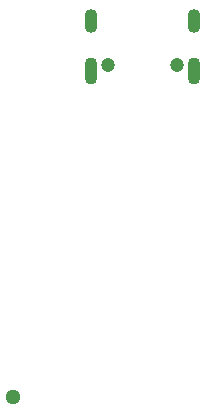
<source format=gbr>
%TF.GenerationSoftware,Altium Limited,Altium Designer,21.7.2 (23)*%
G04 Layer_Color=16711935*
%FSLAX45Y45*%
%MOMM*%
%TF.SameCoordinates,838FB56E-0ED7-4152-9A2E-8E5145BDEB09*%
%TF.FilePolarity,Negative*%
%TF.FileFunction,Soldermask,Bot*%
%TF.Part,Single*%
G01*
G75*
%TA.AperFunction,WasherPad*%
%ADD50C,1.29200*%
%TA.AperFunction,ComponentPad*%
%ADD51C,1.20000*%
%ADD52O,1.10000X2.30000*%
%ADD53O,1.10000X2.00000*%
D50*
X-1100000Y-950000D02*
D03*
D51*
X-290000Y1865000D02*
D03*
X290000D02*
D03*
D52*
X432500Y1815000D02*
D03*
X-432500D02*
D03*
D53*
Y2235000D02*
D03*
X432500D02*
D03*
%TF.MD5,d36ae285e0cfac7bd0001c7bae8b6100*%
M02*

</source>
